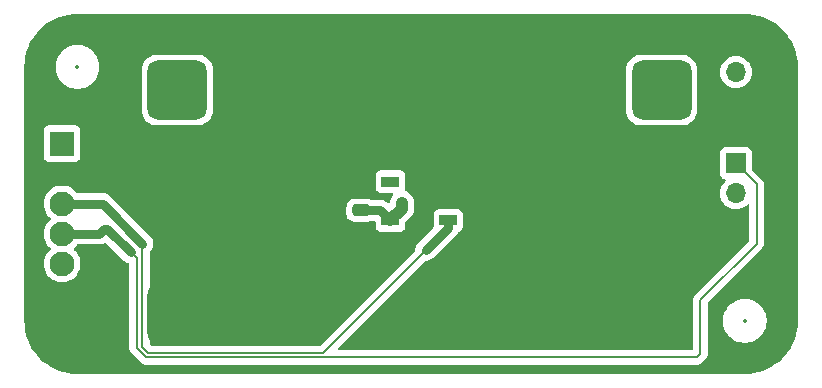
<source format=gbl>
%TF.GenerationSoftware,KiCad,Pcbnew,8.0.5*%
%TF.CreationDate,2025-02-14T13:05:26+01:00*%
%TF.ProjectId,servo_plate,73657276-6f5f-4706-9c61-74652e6b6963,rev?*%
%TF.SameCoordinates,Original*%
%TF.FileFunction,Copper,L2,Bot*%
%TF.FilePolarity,Positive*%
%FSLAX46Y46*%
G04 Gerber Fmt 4.6, Leading zero omitted, Abs format (unit mm)*
G04 Created by KiCad (PCBNEW 8.0.5) date 2025-02-14 13:05:26*
%MOMM*%
%LPD*%
G01*
G04 APERTURE LIST*
G04 Aperture macros list*
%AMRoundRect*
0 Rectangle with rounded corners*
0 $1 Rounding radius*
0 $2 $3 $4 $5 $6 $7 $8 $9 X,Y pos of 4 corners*
0 Add a 4 corners polygon primitive as box body*
4,1,4,$2,$3,$4,$5,$6,$7,$8,$9,$2,$3,0*
0 Add four circle primitives for the rounded corners*
1,1,$1+$1,$2,$3*
1,1,$1+$1,$4,$5*
1,1,$1+$1,$6,$7*
1,1,$1+$1,$8,$9*
0 Add four rect primitives between the rounded corners*
20,1,$1+$1,$2,$3,$4,$5,0*
20,1,$1+$1,$4,$5,$6,$7,0*
20,1,$1+$1,$6,$7,$8,$9,0*
20,1,$1+$1,$8,$9,$2,$3,0*%
G04 Aperture macros list end*
%TA.AperFunction,ComponentPad*%
%ADD10RoundRect,0.820210X-1.679790X-1.679790X1.679790X-1.679790X1.679790X1.679790X-1.679790X1.679790X0*%
%TD*%
%TA.AperFunction,ComponentPad*%
%ADD11R,1.700000X1.700000*%
%TD*%
%TA.AperFunction,ComponentPad*%
%ADD12O,1.700000X1.700000*%
%TD*%
%TA.AperFunction,ComponentPad*%
%ADD13R,2.100000X2.100000*%
%TD*%
%TA.AperFunction,ComponentPad*%
%ADD14C,2.100000*%
%TD*%
%TA.AperFunction,SMDPad,CuDef*%
%ADD15RoundRect,0.250000X0.475000X-0.250000X0.475000X0.250000X-0.475000X0.250000X-0.475000X-0.250000X0*%
%TD*%
%TA.AperFunction,SMDPad,CuDef*%
%ADD16R,1.500000X0.900000*%
%TD*%
%TA.AperFunction,ViaPad*%
%ADD17C,0.600000*%
%TD*%
%TA.AperFunction,Conductor*%
%ADD18C,0.200000*%
%TD*%
%TA.AperFunction,Conductor*%
%ADD19C,0.800000*%
%TD*%
%TA.AperFunction,Conductor*%
%ADD20C,1.000000*%
%TD*%
%ADD21C,0.300000*%
%ADD22O,0.762000X0.762000*%
%ADD23C,0.350000*%
G04 APERTURE END LIST*
D10*
%TO.P,DC1,0,IN+*%
%TO.N,BAT+*%
X95950000Y-64950000D03*
%TO.P,DC1,1,IN-*%
%TO.N,GND*%
X95950000Y-83950000D03*
%TO.P,DC1,2,OUT+*%
%TO.N,5V+*%
X136950000Y-64950000D03*
%TO.P,DC1,3,OUT-*%
%TO.N,GND*%
X136950000Y-83950000D03*
%TD*%
D11*
%TO.P,M1,1,PWM*%
%TO.N,PWM*%
X143250000Y-71160000D03*
D12*
%TO.P,M1,2,+*%
%TO.N,5V+*%
X143250000Y-73700000D03*
%TO.P,M1,3,-*%
%TO.N,GND*%
X143250000Y-76240000D03*
%TD*%
D11*
%TO.P,SW1,1,1*%
%TO.N,GND*%
X143250000Y-65975000D03*
D12*
%TO.P,SW1,2,2*%
%TO.N,BUTTON*%
X143250000Y-63435000D03*
%TD*%
D13*
%TO.P,J1,1,Pin_1*%
%TO.N,BAT+*%
X86200000Y-69500000D03*
D14*
%TO.P,J1,2,Pin_2*%
%TO.N,GND*%
X86200000Y-72040000D03*
%TO.P,J1,3,Pin_3*%
%TO.N,LED*%
X86200000Y-74580000D03*
%TO.P,J1,4,Pin_4*%
%TO.N,PWM*%
X86200000Y-77120000D03*
%TO.P,J1,5,Pin_5*%
%TO.N,BUTTON*%
X86200000Y-79660000D03*
%TD*%
D15*
%TO.P,C1,1*%
%TO.N,5V+*%
X111500000Y-75150000D03*
%TO.P,C1,2*%
%TO.N,GND*%
X111500000Y-73250000D03*
%TD*%
D16*
%TO.P,D1,1,VDD*%
%TO.N,5V+*%
X114000000Y-76000000D03*
%TO.P,D1,2,DOUT*%
%TO.N,unconnected-(D1-DOUT-Pad2)*%
X114000000Y-72700000D03*
%TO.P,D1,3,VSS*%
%TO.N,GND*%
X118900000Y-72700000D03*
%TO.P,D1,4,DIN*%
%TO.N,LED*%
X118900000Y-76000000D03*
%TD*%
D17*
%TO.N,GND*%
X134250000Y-81250000D03*
X133750000Y-80750000D03*
X133250000Y-80250000D03*
X132750000Y-79750000D03*
X134750000Y-81750000D03*
X135250000Y-82250000D03*
X132250000Y-79250000D03*
X131500000Y-78500000D03*
X103000000Y-77250000D03*
X102250000Y-78000000D03*
X101750000Y-78500000D03*
X101250000Y-79000000D03*
X100750000Y-79500000D03*
X100250000Y-80000000D03*
X99750000Y-80500000D03*
X99250000Y-81000000D03*
X98750000Y-81500000D03*
%TO.N,5V+*%
X115000000Y-74500000D03*
%TO.N,GND*%
X141000000Y-68450000D03*
%TD*%
D18*
%TO.N,PWM*%
X139965686Y-87600000D02*
X140250000Y-87315686D01*
X92500000Y-79200000D02*
X92500000Y-86765686D01*
X145000000Y-77950000D02*
X145000000Y-72910000D01*
X92000000Y-78950000D02*
X92250000Y-78950000D01*
X145000000Y-72910000D02*
X143250000Y-71160000D01*
D19*
X89750000Y-76700000D02*
X89330000Y-77120000D01*
X92000000Y-78700000D02*
X90000000Y-76700000D01*
D18*
X140250000Y-87315686D02*
X140250000Y-82700000D01*
D19*
X90000000Y-76700000D02*
X89750000Y-76700000D01*
D18*
X140250000Y-82700000D02*
X145000000Y-77950000D01*
X92500000Y-86765686D02*
X93334314Y-87600000D01*
X92250000Y-78950000D02*
X92500000Y-79200000D01*
D19*
X89330000Y-77120000D02*
X86200000Y-77120000D01*
D18*
X93334314Y-87600000D02*
X139965686Y-87600000D01*
%TO.N,LED*%
X93000000Y-86700000D02*
X93500000Y-87200000D01*
D19*
X118900000Y-76600000D02*
X117000000Y-78500000D01*
X93000000Y-77950000D02*
X89630000Y-74580000D01*
X118900000Y-76000000D02*
X118900000Y-76600000D01*
D18*
X108300000Y-87200000D02*
X117000000Y-78500000D01*
X93000000Y-77950000D02*
X93000000Y-86700000D01*
X93500000Y-87200000D02*
X108300000Y-87200000D01*
D19*
X89630000Y-74580000D02*
X86200000Y-74580000D01*
%TO.N,5V+*%
X113150000Y-75150000D02*
X114000000Y-76000000D01*
D20*
X115000000Y-75000000D02*
X114000000Y-76000000D01*
X115000000Y-74500000D02*
X115000000Y-75000000D01*
D19*
X111500000Y-75150000D02*
X113150000Y-75150000D01*
%TD*%
%TA.AperFunction,Conductor*%
%TO.N,GND*%
G36*
X144002702Y-58500617D02*
G01*
X144386771Y-58517386D01*
X144397506Y-58518326D01*
X144775971Y-58568152D01*
X144786597Y-58570025D01*
X145159284Y-58652648D01*
X145169710Y-58655442D01*
X145533765Y-58770227D01*
X145543911Y-58773920D01*
X145896578Y-58920000D01*
X145906369Y-58924566D01*
X146244942Y-59100816D01*
X146254310Y-59106224D01*
X146576244Y-59311318D01*
X146585105Y-59317523D01*
X146887930Y-59549889D01*
X146896217Y-59556843D01*
X147177635Y-59814715D01*
X147185284Y-59822364D01*
X147443156Y-60103782D01*
X147450110Y-60112069D01*
X147682476Y-60414894D01*
X147688681Y-60423755D01*
X147893775Y-60745689D01*
X147899183Y-60755057D01*
X148075430Y-61093623D01*
X148080002Y-61103427D01*
X148226075Y-61456078D01*
X148229775Y-61466244D01*
X148344554Y-61830278D01*
X148347354Y-61840727D01*
X148429971Y-62213389D01*
X148431849Y-62224042D01*
X148481671Y-62602473D01*
X148482614Y-62613249D01*
X148499382Y-62997297D01*
X148499500Y-63002706D01*
X148499500Y-84497293D01*
X148499382Y-84502702D01*
X148482614Y-84886750D01*
X148481671Y-84897526D01*
X148431849Y-85275957D01*
X148429971Y-85286610D01*
X148347354Y-85659272D01*
X148344554Y-85669721D01*
X148229775Y-86033755D01*
X148226075Y-86043921D01*
X148080002Y-86396572D01*
X148075430Y-86406376D01*
X147899183Y-86744942D01*
X147893775Y-86754310D01*
X147688681Y-87076244D01*
X147682476Y-87085105D01*
X147450110Y-87387930D01*
X147443156Y-87396217D01*
X147185284Y-87677635D01*
X147177635Y-87685284D01*
X146896217Y-87943156D01*
X146887930Y-87950110D01*
X146585105Y-88182476D01*
X146576244Y-88188681D01*
X146254310Y-88393775D01*
X146244942Y-88399183D01*
X145906376Y-88575430D01*
X145896572Y-88580002D01*
X145543921Y-88726075D01*
X145533755Y-88729775D01*
X145169721Y-88844554D01*
X145159272Y-88847354D01*
X144786610Y-88929971D01*
X144775957Y-88931849D01*
X144397526Y-88981671D01*
X144386750Y-88982614D01*
X144002703Y-88999382D01*
X143997294Y-88999500D01*
X87502706Y-88999500D01*
X87497297Y-88999382D01*
X87113249Y-88982614D01*
X87102473Y-88981671D01*
X86724042Y-88931849D01*
X86713389Y-88929971D01*
X86340727Y-88847354D01*
X86330278Y-88844554D01*
X85966244Y-88729775D01*
X85956078Y-88726075D01*
X85603427Y-88580002D01*
X85593623Y-88575430D01*
X85255057Y-88399183D01*
X85245689Y-88393775D01*
X84923755Y-88188681D01*
X84914894Y-88182476D01*
X84612069Y-87950110D01*
X84603782Y-87943156D01*
X84322364Y-87685284D01*
X84314715Y-87677635D01*
X84056843Y-87396217D01*
X84049889Y-87387930D01*
X83817523Y-87085105D01*
X83811318Y-87076244D01*
X83606224Y-86754310D01*
X83600816Y-86744942D01*
X83566497Y-86679016D01*
X83424566Y-86406369D01*
X83419997Y-86396572D01*
X83273920Y-86043911D01*
X83270224Y-86033755D01*
X83155442Y-85669710D01*
X83152648Y-85659284D01*
X83070025Y-85286597D01*
X83068152Y-85275971D01*
X83018326Y-84897506D01*
X83017386Y-84886771D01*
X83000618Y-84502702D01*
X83000500Y-84497293D01*
X83000500Y-74580000D01*
X84644706Y-74580000D01*
X84663853Y-74823297D01*
X84663853Y-74823300D01*
X84663854Y-74823302D01*
X84718160Y-75049501D01*
X84720830Y-75060619D01*
X84814222Y-75286089D01*
X84941737Y-75494173D01*
X84941738Y-75494176D01*
X84948529Y-75502127D01*
X85100241Y-75679759D01*
X85146580Y-75719336D01*
X85189168Y-75755710D01*
X85227361Y-75814217D01*
X85227859Y-75884085D01*
X85190505Y-75943131D01*
X85189168Y-75944290D01*
X85100241Y-76020241D01*
X84941738Y-76205823D01*
X84941737Y-76205826D01*
X84814222Y-76413910D01*
X84720830Y-76639380D01*
X84663853Y-76876702D01*
X84644706Y-77120000D01*
X84663853Y-77363297D01*
X84663853Y-77363300D01*
X84663854Y-77363302D01*
X84702304Y-77523457D01*
X84720830Y-77600619D01*
X84814222Y-77826089D01*
X84941737Y-78034173D01*
X84941738Y-78034176D01*
X84956049Y-78050932D01*
X85100241Y-78219759D01*
X85168250Y-78277844D01*
X85189168Y-78295710D01*
X85227361Y-78354217D01*
X85227859Y-78424085D01*
X85190505Y-78483131D01*
X85189168Y-78484290D01*
X85100241Y-78560241D01*
X84941738Y-78745823D01*
X84941737Y-78745826D01*
X84814222Y-78953910D01*
X84720830Y-79179380D01*
X84663853Y-79416702D01*
X84644706Y-79660000D01*
X84663853Y-79903297D01*
X84720830Y-80140619D01*
X84814222Y-80366089D01*
X84941737Y-80574173D01*
X84941738Y-80574176D01*
X84941741Y-80574179D01*
X85100241Y-80759759D01*
X85243897Y-80882453D01*
X85285823Y-80918261D01*
X85285826Y-80918262D01*
X85493910Y-81045777D01*
X85719381Y-81139169D01*
X85719378Y-81139169D01*
X85719384Y-81139170D01*
X85719388Y-81139172D01*
X85956698Y-81196146D01*
X86200000Y-81215294D01*
X86443302Y-81196146D01*
X86680612Y-81139172D01*
X86906089Y-81045777D01*
X87114179Y-80918259D01*
X87299759Y-80759759D01*
X87458259Y-80574179D01*
X87585777Y-80366089D01*
X87679172Y-80140612D01*
X87736146Y-79903302D01*
X87755294Y-79660000D01*
X87736146Y-79416698D01*
X87679172Y-79179388D01*
X87585777Y-78953911D01*
X87585777Y-78953910D01*
X87458262Y-78745826D01*
X87458261Y-78745823D01*
X87353360Y-78623000D01*
X87299759Y-78560241D01*
X87299757Y-78560239D01*
X87299756Y-78560238D01*
X87210832Y-78484290D01*
X87172638Y-78425784D01*
X87172139Y-78355916D01*
X87209493Y-78296869D01*
X87210832Y-78295710D01*
X87299755Y-78219762D01*
X87299759Y-78219759D01*
X87432817Y-78063967D01*
X87491322Y-78025775D01*
X87527106Y-78020500D01*
X89418693Y-78020500D01*
X89418694Y-78020499D01*
X89592666Y-77985895D01*
X89674606Y-77951953D01*
X89756547Y-77918013D01*
X89756549Y-77918011D01*
X89756554Y-77918009D01*
X89784608Y-77899263D01*
X89851284Y-77878383D01*
X89918665Y-77896866D01*
X89941182Y-77914682D01*
X91425958Y-79399459D01*
X91425965Y-79399465D01*
X91573451Y-79498011D01*
X91573452Y-79498011D01*
X91573453Y-79498012D01*
X91737334Y-79565895D01*
X91799691Y-79578298D01*
X91861601Y-79610681D01*
X91896176Y-79671397D01*
X91899500Y-79699915D01*
X91899500Y-86679016D01*
X91899499Y-86679034D01*
X91899499Y-86844740D01*
X91899498Y-86844740D01*
X91940423Y-86997471D01*
X91965220Y-87040419D01*
X91965221Y-87040423D01*
X91965222Y-87040423D01*
X92019479Y-87134400D01*
X92019481Y-87134403D01*
X92138349Y-87253271D01*
X92138355Y-87253276D01*
X92849453Y-87964374D01*
X92849463Y-87964385D01*
X92853793Y-87968715D01*
X92853794Y-87968716D01*
X92965598Y-88080520D01*
X93052409Y-88130639D01*
X93052411Y-88130641D01*
X93090465Y-88152611D01*
X93102529Y-88159577D01*
X93255257Y-88200500D01*
X139879017Y-88200500D01*
X139879033Y-88200501D01*
X139886629Y-88200501D01*
X140044740Y-88200501D01*
X140044743Y-88200501D01*
X140197471Y-88159577D01*
X140247590Y-88130639D01*
X140334402Y-88080520D01*
X140446206Y-87968716D01*
X140446206Y-87968714D01*
X140730520Y-87684402D01*
X140809577Y-87547470D01*
X140850501Y-87394743D01*
X140850501Y-87236628D01*
X140850501Y-87229033D01*
X140850500Y-87229015D01*
X140850500Y-84378711D01*
X142149500Y-84378711D01*
X142149500Y-84621288D01*
X142181161Y-84861785D01*
X142243947Y-85096104D01*
X142336773Y-85320205D01*
X142336776Y-85320212D01*
X142458064Y-85530289D01*
X142458066Y-85530292D01*
X142458067Y-85530293D01*
X142605733Y-85722736D01*
X142605739Y-85722743D01*
X142777256Y-85894260D01*
X142777262Y-85894265D01*
X142969711Y-86041936D01*
X143179788Y-86163224D01*
X143403900Y-86256054D01*
X143638211Y-86318838D01*
X143818586Y-86342584D01*
X143878711Y-86350500D01*
X143878712Y-86350500D01*
X144121289Y-86350500D01*
X144169388Y-86344167D01*
X144361789Y-86318838D01*
X144596100Y-86256054D01*
X144820212Y-86163224D01*
X145030289Y-86041936D01*
X145222738Y-85894265D01*
X145394265Y-85722738D01*
X145541936Y-85530289D01*
X145663224Y-85320212D01*
X145756054Y-85096100D01*
X145818838Y-84861789D01*
X145850500Y-84621288D01*
X145850500Y-84378712D01*
X145818838Y-84138211D01*
X145756054Y-83903900D01*
X145663224Y-83679788D01*
X145541936Y-83469711D01*
X145394265Y-83277262D01*
X145394260Y-83277256D01*
X145222743Y-83105739D01*
X145222736Y-83105733D01*
X145030293Y-82958067D01*
X145030292Y-82958066D01*
X145030289Y-82958064D01*
X144820212Y-82836776D01*
X144820205Y-82836773D01*
X144596104Y-82743947D01*
X144361785Y-82681161D01*
X144121289Y-82649500D01*
X144121288Y-82649500D01*
X143878712Y-82649500D01*
X143878711Y-82649500D01*
X143638214Y-82681161D01*
X143403895Y-82743947D01*
X143179794Y-82836773D01*
X143179785Y-82836777D01*
X142969706Y-82958067D01*
X142777263Y-83105733D01*
X142777256Y-83105739D01*
X142605739Y-83277256D01*
X142605733Y-83277263D01*
X142458067Y-83469706D01*
X142336777Y-83679785D01*
X142336773Y-83679794D01*
X142243947Y-83903895D01*
X142181161Y-84138214D01*
X142149500Y-84378711D01*
X140850500Y-84378711D01*
X140850500Y-83000096D01*
X140870185Y-82933057D01*
X140886814Y-82912420D01*
X145358506Y-78440727D01*
X145358511Y-78440724D01*
X145368714Y-78430520D01*
X145368716Y-78430520D01*
X145480520Y-78318716D01*
X145559577Y-78181784D01*
X145594636Y-78050941D01*
X145600500Y-78029058D01*
X145600500Y-77870943D01*
X145600500Y-72999060D01*
X145600501Y-72999047D01*
X145600501Y-72830944D01*
X145559576Y-72678214D01*
X145559573Y-72678209D01*
X145480524Y-72541290D01*
X145480518Y-72541282D01*
X144636818Y-71697582D01*
X144603333Y-71636259D01*
X144600499Y-71609901D01*
X144600499Y-70262129D01*
X144600498Y-70262123D01*
X144600497Y-70262116D01*
X144594091Y-70202517D01*
X144543796Y-70067669D01*
X144543795Y-70067668D01*
X144543793Y-70067664D01*
X144457547Y-69952455D01*
X144457544Y-69952452D01*
X144342335Y-69866206D01*
X144342328Y-69866202D01*
X144207482Y-69815908D01*
X144207483Y-69815908D01*
X144147883Y-69809501D01*
X144147881Y-69809500D01*
X144147873Y-69809500D01*
X144147864Y-69809500D01*
X142352129Y-69809500D01*
X142352123Y-69809501D01*
X142292516Y-69815908D01*
X142157671Y-69866202D01*
X142157664Y-69866206D01*
X142042455Y-69952452D01*
X142042452Y-69952455D01*
X141956206Y-70067664D01*
X141956202Y-70067671D01*
X141905908Y-70202517D01*
X141899501Y-70262116D01*
X141899501Y-70262123D01*
X141899500Y-70262135D01*
X141899500Y-72057870D01*
X141899501Y-72057876D01*
X141905908Y-72117483D01*
X141956202Y-72252328D01*
X141956206Y-72252335D01*
X142042452Y-72367544D01*
X142042455Y-72367547D01*
X142157664Y-72453793D01*
X142157671Y-72453797D01*
X142289081Y-72502810D01*
X142345015Y-72544681D01*
X142369432Y-72610145D01*
X142354580Y-72678418D01*
X142333430Y-72706673D01*
X142211503Y-72828600D01*
X142075965Y-73022169D01*
X142075964Y-73022171D01*
X141976098Y-73236335D01*
X141976094Y-73236344D01*
X141914938Y-73464586D01*
X141914936Y-73464596D01*
X141894341Y-73699999D01*
X141894341Y-73700000D01*
X141914936Y-73935403D01*
X141914938Y-73935413D01*
X141976094Y-74163655D01*
X141976096Y-74163659D01*
X141976097Y-74163663D01*
X142007515Y-74231039D01*
X142075965Y-74377830D01*
X142075967Y-74377834D01*
X142126874Y-74450536D01*
X142211505Y-74571401D01*
X142378599Y-74738495D01*
X142408966Y-74759758D01*
X142572165Y-74874032D01*
X142572167Y-74874033D01*
X142572170Y-74874035D01*
X142786337Y-74973903D01*
X143014592Y-75035063D01*
X143202918Y-75051539D01*
X143249999Y-75055659D01*
X143250000Y-75055659D01*
X143250001Y-75055659D01*
X143289234Y-75052226D01*
X143485408Y-75035063D01*
X143713663Y-74973903D01*
X143927830Y-74874035D01*
X144121401Y-74738495D01*
X144187819Y-74672077D01*
X144249142Y-74638592D01*
X144318834Y-74643576D01*
X144374767Y-74685448D01*
X144399184Y-74750912D01*
X144399500Y-74759758D01*
X144399500Y-77649902D01*
X144379815Y-77716941D01*
X144363181Y-77737583D01*
X139769481Y-82331282D01*
X139769479Y-82331285D01*
X139719361Y-82418094D01*
X139719359Y-82418096D01*
X139690425Y-82468209D01*
X139690424Y-82468210D01*
X139690423Y-82468215D01*
X139649499Y-82620943D01*
X139649499Y-82620945D01*
X139649499Y-82789046D01*
X139649500Y-82789059D01*
X139649500Y-86875500D01*
X139629815Y-86942539D01*
X139577011Y-86988294D01*
X139525500Y-86999500D01*
X109649097Y-86999500D01*
X109582058Y-86979815D01*
X109536303Y-86927011D01*
X109526359Y-86857853D01*
X109555384Y-86794297D01*
X109561416Y-86787819D01*
X116912416Y-79436819D01*
X116973739Y-79403334D01*
X117000097Y-79400500D01*
X117088693Y-79400500D01*
X117088694Y-79400499D01*
X117262666Y-79365895D01*
X117426547Y-79298012D01*
X117574036Y-79199464D01*
X119599464Y-77174035D01*
X119698013Y-77026547D01*
X119706885Y-77005125D01*
X119750725Y-76950723D01*
X119778114Y-76936396D01*
X119892328Y-76893797D01*
X119892327Y-76893797D01*
X119892331Y-76893796D01*
X120007546Y-76807546D01*
X120093796Y-76692331D01*
X120144091Y-76557483D01*
X120150500Y-76497873D01*
X120150499Y-75502128D01*
X120144091Y-75442517D01*
X120093796Y-75307669D01*
X120093795Y-75307668D01*
X120093793Y-75307664D01*
X120007547Y-75192455D01*
X120007544Y-75192452D01*
X119892335Y-75106206D01*
X119892328Y-75106202D01*
X119757482Y-75055908D01*
X119757483Y-75055908D01*
X119697883Y-75049501D01*
X119697881Y-75049500D01*
X119697873Y-75049500D01*
X119697864Y-75049500D01*
X118102129Y-75049500D01*
X118102123Y-75049501D01*
X118042516Y-75055908D01*
X117907671Y-75106202D01*
X117907664Y-75106206D01*
X117792455Y-75192452D01*
X117792452Y-75192455D01*
X117706206Y-75307664D01*
X117706202Y-75307671D01*
X117655908Y-75442517D01*
X117649709Y-75500185D01*
X117649501Y-75502123D01*
X117649500Y-75502135D01*
X117649500Y-76497870D01*
X117649501Y-76497884D01*
X117650840Y-76510337D01*
X117638432Y-76579096D01*
X117615231Y-76611268D01*
X116300540Y-77925958D01*
X116300534Y-77925965D01*
X116201988Y-78073451D01*
X116134105Y-78237333D01*
X116134103Y-78237341D01*
X116099500Y-78411303D01*
X116099500Y-78499903D01*
X116079815Y-78566942D01*
X116063181Y-78587584D01*
X108087584Y-86563181D01*
X108026261Y-86596666D01*
X107999903Y-86599500D01*
X93800098Y-86599500D01*
X93733059Y-86579815D01*
X93712417Y-86563181D01*
X93636819Y-86487583D01*
X93603334Y-86426260D01*
X93600500Y-86399902D01*
X93600500Y-78674362D01*
X93620185Y-78607323D01*
X93636814Y-78586685D01*
X93699464Y-78524036D01*
X93798013Y-78376547D01*
X93865895Y-78212666D01*
X93900500Y-78038692D01*
X93900500Y-77861309D01*
X93865895Y-77687334D01*
X93798013Y-77523454D01*
X93798011Y-77523451D01*
X93798009Y-77523447D01*
X93699464Y-77375965D01*
X93699461Y-77375961D01*
X91173483Y-74849983D01*
X110274500Y-74849983D01*
X110274500Y-75450001D01*
X110274501Y-75450019D01*
X110285000Y-75552796D01*
X110285001Y-75552799D01*
X110340185Y-75719331D01*
X110340187Y-75719336D01*
X110362623Y-75755710D01*
X110432288Y-75868656D01*
X110556344Y-75992712D01*
X110705666Y-76084814D01*
X110872203Y-76139999D01*
X110974991Y-76150500D01*
X112025008Y-76150499D01*
X112025016Y-76150498D01*
X112025019Y-76150498D01*
X112081302Y-76144748D01*
X112127797Y-76139999D01*
X112294334Y-76084814D01*
X112320036Y-76068960D01*
X112385132Y-76050500D01*
X112625501Y-76050500D01*
X112692540Y-76070185D01*
X112738295Y-76122989D01*
X112749501Y-76174500D01*
X112749501Y-76497876D01*
X112755908Y-76557483D01*
X112806202Y-76692328D01*
X112806206Y-76692335D01*
X112892452Y-76807544D01*
X112892455Y-76807547D01*
X113007664Y-76893793D01*
X113007671Y-76893797D01*
X113052618Y-76910561D01*
X113142517Y-76944091D01*
X113202127Y-76950500D01*
X113655609Y-76950499D01*
X113703065Y-76959939D01*
X113705963Y-76961139D01*
X113708164Y-76962051D01*
X113708168Y-76962051D01*
X113708169Y-76962052D01*
X113901455Y-77000499D01*
X113901458Y-77000500D01*
X113901460Y-77000500D01*
X114098542Y-77000500D01*
X114098543Y-77000499D01*
X114291836Y-76962051D01*
X114295515Y-76960526D01*
X114296935Y-76959939D01*
X114344391Y-76950499D01*
X114797871Y-76950499D01*
X114797872Y-76950499D01*
X114857483Y-76944091D01*
X114992331Y-76893796D01*
X115107546Y-76807546D01*
X115193796Y-76692331D01*
X115244091Y-76557483D01*
X115250500Y-76497873D01*
X115250499Y-76215781D01*
X115270183Y-76148743D01*
X115286813Y-76128105D01*
X115777140Y-75637781D01*
X115886632Y-75473914D01*
X115962052Y-75291835D01*
X116000501Y-75098540D01*
X116000501Y-74901459D01*
X116000501Y-74896349D01*
X116000500Y-74896323D01*
X116000500Y-74401456D01*
X115962052Y-74208170D01*
X115962051Y-74208169D01*
X115962051Y-74208165D01*
X115943618Y-74163663D01*
X115886635Y-74026092D01*
X115886628Y-74026079D01*
X115777139Y-73862218D01*
X115777136Y-73862214D01*
X115637785Y-73722863D01*
X115637781Y-73722860D01*
X115473920Y-73613371D01*
X115473907Y-73613364D01*
X115291839Y-73537950D01*
X115286003Y-73536180D01*
X115286429Y-73534774D01*
X115230993Y-73505766D01*
X115196428Y-73445045D01*
X115200177Y-73375276D01*
X115200892Y-73373303D01*
X115244091Y-73257483D01*
X115250500Y-73197873D01*
X115250499Y-72202128D01*
X115244091Y-72142517D01*
X115212520Y-72057872D01*
X115193797Y-72007671D01*
X115193793Y-72007664D01*
X115107547Y-71892455D01*
X115107544Y-71892452D01*
X114992335Y-71806206D01*
X114992328Y-71806202D01*
X114857482Y-71755908D01*
X114857483Y-71755908D01*
X114797883Y-71749501D01*
X114797881Y-71749500D01*
X114797873Y-71749500D01*
X114797864Y-71749500D01*
X113202129Y-71749500D01*
X113202123Y-71749501D01*
X113142516Y-71755908D01*
X113007671Y-71806202D01*
X113007664Y-71806206D01*
X112892455Y-71892452D01*
X112892452Y-71892455D01*
X112806206Y-72007664D01*
X112806202Y-72007671D01*
X112755908Y-72142517D01*
X112749501Y-72202116D01*
X112749501Y-72202123D01*
X112749500Y-72202135D01*
X112749500Y-73197870D01*
X112749501Y-73197876D01*
X112755908Y-73257483D01*
X112806202Y-73392328D01*
X112806206Y-73392335D01*
X112892452Y-73507544D01*
X112892455Y-73507547D01*
X113007664Y-73593793D01*
X113007671Y-73593797D01*
X113142517Y-73644091D01*
X113142516Y-73644091D01*
X113149444Y-73644835D01*
X113202127Y-73650500D01*
X114135216Y-73650499D01*
X114202255Y-73670183D01*
X114248010Y-73722987D01*
X114257954Y-73792146D01*
X114228929Y-73855702D01*
X114222907Y-73862170D01*
X114222868Y-73862208D01*
X114222860Y-73862218D01*
X114113371Y-74026079D01*
X114113364Y-74026092D01*
X114037950Y-74208160D01*
X114037947Y-74208170D01*
X113999500Y-74401456D01*
X113999500Y-74426638D01*
X113979815Y-74493677D01*
X113927011Y-74539432D01*
X113857853Y-74549376D01*
X113794297Y-74520351D01*
X113787819Y-74514319D01*
X113724035Y-74450535D01*
X113724030Y-74450531D01*
X113664961Y-74411064D01*
X113664960Y-74411063D01*
X113576544Y-74351985D01*
X113576542Y-74351984D01*
X113492887Y-74317334D01*
X113412666Y-74284105D01*
X113412658Y-74284103D01*
X113238696Y-74249500D01*
X113238692Y-74249500D01*
X113238691Y-74249500D01*
X112385132Y-74249500D01*
X112320036Y-74231039D01*
X112294334Y-74215186D01*
X112127797Y-74160001D01*
X112127795Y-74160000D01*
X112025010Y-74149500D01*
X110974998Y-74149500D01*
X110974980Y-74149501D01*
X110872203Y-74160000D01*
X110872200Y-74160001D01*
X110705668Y-74215185D01*
X110705663Y-74215187D01*
X110556342Y-74307289D01*
X110432289Y-74431342D01*
X110340187Y-74580663D01*
X110340186Y-74580666D01*
X110285001Y-74747203D01*
X110285001Y-74747204D01*
X110285000Y-74747204D01*
X110274500Y-74849983D01*
X91173483Y-74849983D01*
X90204035Y-73880535D01*
X90204030Y-73880531D01*
X90144961Y-73841064D01*
X90144960Y-73841063D01*
X90056544Y-73781985D01*
X90056542Y-73781984D01*
X89974607Y-73748046D01*
X89974606Y-73748046D01*
X89892666Y-73714105D01*
X89892658Y-73714103D01*
X89718696Y-73679500D01*
X89718692Y-73679500D01*
X89718691Y-73679500D01*
X87527106Y-73679500D01*
X87460067Y-73659815D01*
X87432818Y-73636034D01*
X87299759Y-73480241D01*
X87281441Y-73464596D01*
X87114176Y-73321738D01*
X87114173Y-73321737D01*
X86906089Y-73194222D01*
X86680618Y-73100830D01*
X86680621Y-73100830D01*
X86574992Y-73075470D01*
X86443302Y-73043854D01*
X86443300Y-73043853D01*
X86443297Y-73043853D01*
X86200000Y-73024706D01*
X85956702Y-73043853D01*
X85719380Y-73100830D01*
X85493910Y-73194222D01*
X85285826Y-73321737D01*
X85285823Y-73321738D01*
X85100241Y-73480241D01*
X84941738Y-73665823D01*
X84941737Y-73665826D01*
X84814222Y-73873910D01*
X84720830Y-74099380D01*
X84663853Y-74336702D01*
X84644706Y-74580000D01*
X83000500Y-74580000D01*
X83000500Y-68402135D01*
X84649500Y-68402135D01*
X84649500Y-70597870D01*
X84649501Y-70597876D01*
X84655908Y-70657483D01*
X84706202Y-70792328D01*
X84706206Y-70792335D01*
X84792452Y-70907544D01*
X84792455Y-70907547D01*
X84907664Y-70993793D01*
X84907671Y-70993797D01*
X85042517Y-71044091D01*
X85042516Y-71044091D01*
X85049444Y-71044835D01*
X85102127Y-71050500D01*
X87297872Y-71050499D01*
X87357483Y-71044091D01*
X87492331Y-70993796D01*
X87607546Y-70907546D01*
X87693796Y-70792331D01*
X87744091Y-70657483D01*
X87750500Y-70597873D01*
X87750499Y-68402128D01*
X87744091Y-68342517D01*
X87693796Y-68207669D01*
X87693795Y-68207668D01*
X87693793Y-68207664D01*
X87607547Y-68092455D01*
X87607544Y-68092452D01*
X87492335Y-68006206D01*
X87492328Y-68006202D01*
X87357482Y-67955908D01*
X87357483Y-67955908D01*
X87297883Y-67949501D01*
X87297881Y-67949500D01*
X87297873Y-67949500D01*
X87297864Y-67949500D01*
X85102129Y-67949500D01*
X85102123Y-67949501D01*
X85042516Y-67955908D01*
X84907671Y-68006202D01*
X84907664Y-68006206D01*
X84792455Y-68092452D01*
X84792452Y-68092455D01*
X84706206Y-68207664D01*
X84706202Y-68207671D01*
X84655908Y-68342517D01*
X84649501Y-68402116D01*
X84649501Y-68402123D01*
X84649500Y-68402135D01*
X83000500Y-68402135D01*
X83000500Y-63002706D01*
X83000618Y-62997297D01*
X83001751Y-62971337D01*
X83005795Y-62878711D01*
X85649500Y-62878711D01*
X85649500Y-63121288D01*
X85681161Y-63361785D01*
X85743947Y-63596104D01*
X85774723Y-63670403D01*
X85836776Y-63820212D01*
X85958064Y-64030289D01*
X85958066Y-64030292D01*
X85958067Y-64030293D01*
X86105733Y-64222736D01*
X86105739Y-64222743D01*
X86277256Y-64394260D01*
X86277262Y-64394265D01*
X86469711Y-64541936D01*
X86679788Y-64663224D01*
X86903900Y-64756054D01*
X87138211Y-64818838D01*
X87318586Y-64842584D01*
X87378711Y-64850500D01*
X87378712Y-64850500D01*
X87621289Y-64850500D01*
X87669388Y-64844167D01*
X87861789Y-64818838D01*
X88096100Y-64756054D01*
X88320212Y-64663224D01*
X88530289Y-64541936D01*
X88722738Y-64394265D01*
X88894265Y-64222738D01*
X89041936Y-64030289D01*
X89163224Y-63820212D01*
X89256054Y-63596100D01*
X89318838Y-63361789D01*
X89338487Y-63212541D01*
X92949500Y-63212541D01*
X92949500Y-66687453D01*
X92949501Y-66687455D01*
X92964595Y-66859999D01*
X92964596Y-66860003D01*
X92964596Y-66860004D01*
X93024406Y-67083220D01*
X93024410Y-67083231D01*
X93122070Y-67292664D01*
X93122072Y-67292668D01*
X93254623Y-67481969D01*
X93418031Y-67645377D01*
X93607332Y-67777928D01*
X93733338Y-67836685D01*
X93816768Y-67875589D01*
X93816770Y-67875589D01*
X93816775Y-67875592D01*
X94039995Y-67935404D01*
X94212545Y-67950500D01*
X97687454Y-67950499D01*
X97860005Y-67935404D01*
X98083225Y-67875592D01*
X98292668Y-67777928D01*
X98481969Y-67645377D01*
X98645377Y-67481969D01*
X98777928Y-67292668D01*
X98875592Y-67083225D01*
X98935404Y-66860005D01*
X98950500Y-66687455D01*
X98950499Y-63212546D01*
X98950499Y-63212541D01*
X133949500Y-63212541D01*
X133949500Y-66687453D01*
X133949501Y-66687455D01*
X133964595Y-66859999D01*
X133964596Y-66860003D01*
X133964596Y-66860004D01*
X134024406Y-67083220D01*
X134024410Y-67083231D01*
X134122070Y-67292664D01*
X134122072Y-67292668D01*
X134254623Y-67481969D01*
X134418031Y-67645377D01*
X134607332Y-67777928D01*
X134733338Y-67836685D01*
X134816768Y-67875589D01*
X134816770Y-67875589D01*
X134816775Y-67875592D01*
X135039995Y-67935404D01*
X135212545Y-67950500D01*
X138687454Y-67950499D01*
X138860005Y-67935404D01*
X139083225Y-67875592D01*
X139292668Y-67777928D01*
X139481969Y-67645377D01*
X139645377Y-67481969D01*
X139777928Y-67292668D01*
X139875592Y-67083225D01*
X139935404Y-66860005D01*
X139950500Y-66687455D01*
X139950499Y-63434999D01*
X141894341Y-63434999D01*
X141894341Y-63435000D01*
X141914936Y-63670403D01*
X141914938Y-63670413D01*
X141976094Y-63898655D01*
X141976096Y-63898659D01*
X141976097Y-63898663D01*
X142037477Y-64030293D01*
X142075965Y-64112830D01*
X142075967Y-64112834D01*
X142152922Y-64222736D01*
X142211505Y-64306401D01*
X142378599Y-64473495D01*
X142475384Y-64541265D01*
X142572165Y-64609032D01*
X142572167Y-64609033D01*
X142572170Y-64609035D01*
X142786337Y-64708903D01*
X143014592Y-64770063D01*
X143202918Y-64786539D01*
X143249999Y-64790659D01*
X143250000Y-64790659D01*
X143250001Y-64790659D01*
X143289234Y-64787226D01*
X143485408Y-64770063D01*
X143713663Y-64708903D01*
X143927830Y-64609035D01*
X144121401Y-64473495D01*
X144288495Y-64306401D01*
X144424035Y-64112830D01*
X144523903Y-63898663D01*
X144585063Y-63670408D01*
X144605659Y-63435000D01*
X144585063Y-63199592D01*
X144523903Y-62971337D01*
X144424035Y-62757171D01*
X144323261Y-62613249D01*
X144288494Y-62563597D01*
X144121402Y-62396506D01*
X144121395Y-62396501D01*
X143927834Y-62260967D01*
X143927830Y-62260965D01*
X143914230Y-62254623D01*
X143713663Y-62161097D01*
X143713659Y-62161096D01*
X143713655Y-62161094D01*
X143485413Y-62099938D01*
X143485403Y-62099936D01*
X143250001Y-62079341D01*
X143249999Y-62079341D01*
X143014596Y-62099936D01*
X143014586Y-62099938D01*
X142786344Y-62161094D01*
X142786335Y-62161098D01*
X142572171Y-62260964D01*
X142572169Y-62260965D01*
X142378597Y-62396505D01*
X142211505Y-62563597D01*
X142075965Y-62757169D01*
X142075964Y-62757171D01*
X141976098Y-62971335D01*
X141976094Y-62971344D01*
X141914938Y-63199586D01*
X141914936Y-63199596D01*
X141894341Y-63434999D01*
X139950499Y-63434999D01*
X139950499Y-63212546D01*
X139935404Y-63039995D01*
X139875592Y-62816775D01*
X139854945Y-62772498D01*
X139777929Y-62607335D01*
X139777928Y-62607333D01*
X139777928Y-62607332D01*
X139645377Y-62418031D01*
X139481969Y-62254623D01*
X139292668Y-62122072D01*
X139292664Y-62122070D01*
X139083231Y-62024410D01*
X139083220Y-62024406D01*
X138860007Y-61964596D01*
X138859999Y-61964595D01*
X138687457Y-61949500D01*
X135212546Y-61949500D01*
X135212542Y-61949501D01*
X135074505Y-61961577D01*
X135039995Y-61964596D01*
X134816779Y-62024406D01*
X134816768Y-62024410D01*
X134607335Y-62122070D01*
X134607333Y-62122071D01*
X134418030Y-62254623D01*
X134254623Y-62418030D01*
X134122071Y-62607333D01*
X134122070Y-62607335D01*
X134024410Y-62816768D01*
X134024406Y-62816779D01*
X133964596Y-63039992D01*
X133964595Y-63040000D01*
X133949500Y-63212541D01*
X98950499Y-63212541D01*
X98935404Y-63039995D01*
X98875592Y-62816775D01*
X98854945Y-62772498D01*
X98777929Y-62607335D01*
X98777928Y-62607333D01*
X98777928Y-62607332D01*
X98645377Y-62418031D01*
X98481969Y-62254623D01*
X98292668Y-62122072D01*
X98292664Y-62122070D01*
X98083231Y-62024410D01*
X98083220Y-62024406D01*
X97860007Y-61964596D01*
X97859999Y-61964595D01*
X97687457Y-61949500D01*
X94212546Y-61949500D01*
X94212542Y-61949501D01*
X94074505Y-61961577D01*
X94039995Y-61964596D01*
X93816779Y-62024406D01*
X93816768Y-62024410D01*
X93607335Y-62122070D01*
X93607333Y-62122071D01*
X93418030Y-62254623D01*
X93254623Y-62418030D01*
X93122071Y-62607333D01*
X93122070Y-62607335D01*
X93024410Y-62816768D01*
X93024406Y-62816779D01*
X92964596Y-63039992D01*
X92964595Y-63040000D01*
X92949500Y-63212541D01*
X89338487Y-63212541D01*
X89350500Y-63121288D01*
X89350500Y-62878712D01*
X89318838Y-62638211D01*
X89256054Y-62403900D01*
X89163224Y-62179788D01*
X89041936Y-61969711D01*
X88894265Y-61777262D01*
X88894260Y-61777256D01*
X88722743Y-61605739D01*
X88722736Y-61605733D01*
X88530293Y-61458067D01*
X88530292Y-61458066D01*
X88530289Y-61458064D01*
X88320212Y-61336776D01*
X88320205Y-61336773D01*
X88096104Y-61243947D01*
X87861785Y-61181161D01*
X87621289Y-61149500D01*
X87621288Y-61149500D01*
X87378712Y-61149500D01*
X87378711Y-61149500D01*
X87138214Y-61181161D01*
X86903895Y-61243947D01*
X86679794Y-61336773D01*
X86679785Y-61336777D01*
X86469706Y-61458067D01*
X86277263Y-61605733D01*
X86277256Y-61605739D01*
X86105739Y-61777256D01*
X86105733Y-61777263D01*
X85958067Y-61969706D01*
X85836777Y-62179785D01*
X85836773Y-62179794D01*
X85743947Y-62403895D01*
X85681161Y-62638214D01*
X85649500Y-62878711D01*
X83005795Y-62878711D01*
X83017386Y-62613226D01*
X83018326Y-62602495D01*
X83068152Y-62224025D01*
X83070025Y-62213405D01*
X83152649Y-61840709D01*
X83155440Y-61830295D01*
X83270230Y-61466227D01*
X83273917Y-61456095D01*
X83420003Y-61103412D01*
X83424561Y-61093638D01*
X83600822Y-60755045D01*
X83606217Y-60745700D01*
X83811325Y-60423744D01*
X83817515Y-60414905D01*
X84049896Y-60112060D01*
X84056834Y-60103791D01*
X84314726Y-59822352D01*
X84322352Y-59814726D01*
X84603791Y-59556834D01*
X84612060Y-59549896D01*
X84914905Y-59317515D01*
X84923744Y-59311325D01*
X85245700Y-59106217D01*
X85255045Y-59100822D01*
X85593638Y-58924561D01*
X85603412Y-58920003D01*
X85956095Y-58773917D01*
X85966227Y-58770230D01*
X86330295Y-58655440D01*
X86340709Y-58652649D01*
X86713405Y-58570025D01*
X86724025Y-58568152D01*
X87102495Y-58518326D01*
X87113226Y-58517386D01*
X87497297Y-58500617D01*
X87502706Y-58500500D01*
X87565892Y-58500500D01*
X143934108Y-58500500D01*
X143997294Y-58500500D01*
X144002702Y-58500617D01*
G37*
%TD.AperFunction*%
%TD*%
D21*
X134250000Y-81250000D03*
X133750000Y-80750000D03*
X133250000Y-80250000D03*
X132750000Y-79750000D03*
X134750000Y-81750000D03*
X135250000Y-82250000D03*
X132250000Y-79250000D03*
X131500000Y-78500000D03*
X103000000Y-77250000D03*
X102250000Y-78000000D03*
X101750000Y-78500000D03*
X101250000Y-79000000D03*
X100750000Y-79500000D03*
X100250000Y-80000000D03*
X99750000Y-80500000D03*
X99250000Y-81000000D03*
X98750000Y-81500000D03*
X115000000Y-74500000D03*
X141000000Y-68450000D03*
D22*
X95950000Y-64950000D03*
X95950000Y-83950000D03*
X136950000Y-64950000D03*
X136950000Y-83950000D03*
D23*
X87500000Y-63000000D03*
X143250000Y-71160000D03*
X143250000Y-73700000D03*
X143250000Y-76240000D03*
X143250000Y-65975000D03*
X143250000Y-63435000D03*
X86200000Y-69500000D03*
X86200000Y-72040000D03*
X86200000Y-74580000D03*
X86200000Y-77120000D03*
X86200000Y-79660000D03*
X144000000Y-84500000D03*
M02*

</source>
